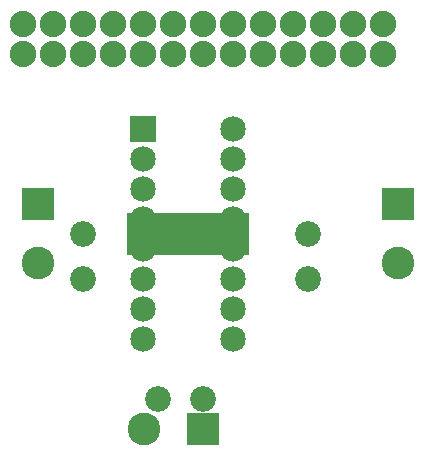
<source format=gbs>
G04 MADE WITH FRITZING*
G04 WWW.FRITZING.ORG*
G04 DOUBLE SIDED*
G04 HOLES PLATED*
G04 CONTOUR ON CENTER OF CONTOUR VECTOR*
%ASAXBY*%
%FSLAX23Y23*%
%MOIN*%
%OFA0B0*%
%SFA1.0B1.0*%
%ADD10C,0.085000*%
%ADD11C,0.088000*%
%ADD12C,0.085433*%
%ADD13C,0.109055*%
%ADD14R,0.085000X0.085000*%
%ADD15R,0.410000X0.139630*%
%ADD16R,0.109055X0.109055*%
%LNMASK0*%
G90*
G70*
G54D10*
X717Y1220D03*
X1017Y1220D03*
X717Y1120D03*
X1017Y1120D03*
X717Y1020D03*
X1017Y1020D03*
X717Y920D03*
X1017Y920D03*
X717Y820D03*
X1017Y820D03*
X717Y720D03*
X1017Y720D03*
X717Y620D03*
X1017Y620D03*
X717Y520D03*
X1017Y520D03*
G54D11*
X317Y1470D03*
X417Y1470D03*
X517Y1470D03*
X617Y1470D03*
X717Y1470D03*
X817Y1470D03*
X917Y1470D03*
X1017Y1470D03*
X1117Y1470D03*
X1217Y1470D03*
X1317Y1470D03*
X1417Y1470D03*
X1517Y1470D03*
X317Y1470D03*
X417Y1470D03*
X517Y1470D03*
X617Y1470D03*
X717Y1470D03*
X817Y1470D03*
X917Y1470D03*
X1017Y1470D03*
X1117Y1470D03*
X1217Y1470D03*
X1317Y1470D03*
X1417Y1470D03*
X1517Y1470D03*
X1517Y1570D03*
X1417Y1570D03*
X1317Y1570D03*
X1217Y1570D03*
X1117Y1570D03*
X1017Y1570D03*
X917Y1570D03*
X817Y1570D03*
X717Y1570D03*
X617Y1570D03*
X517Y1570D03*
X417Y1570D03*
X317Y1570D03*
G54D12*
X1267Y870D03*
X1267Y720D03*
X517Y870D03*
X517Y720D03*
X767Y320D03*
X917Y320D03*
G54D13*
X1567Y970D03*
X1567Y774D03*
X1567Y970D03*
X1567Y774D03*
X367Y970D03*
X367Y774D03*
X367Y970D03*
X367Y774D03*
X917Y220D03*
X720Y220D03*
X917Y220D03*
X720Y220D03*
G54D14*
X717Y1220D03*
G54D15*
X867Y870D03*
G54D16*
X1567Y970D03*
X1567Y970D03*
X367Y970D03*
X367Y970D03*
X917Y220D03*
X917Y220D03*
G04 End of Mask0*
M02*
</source>
